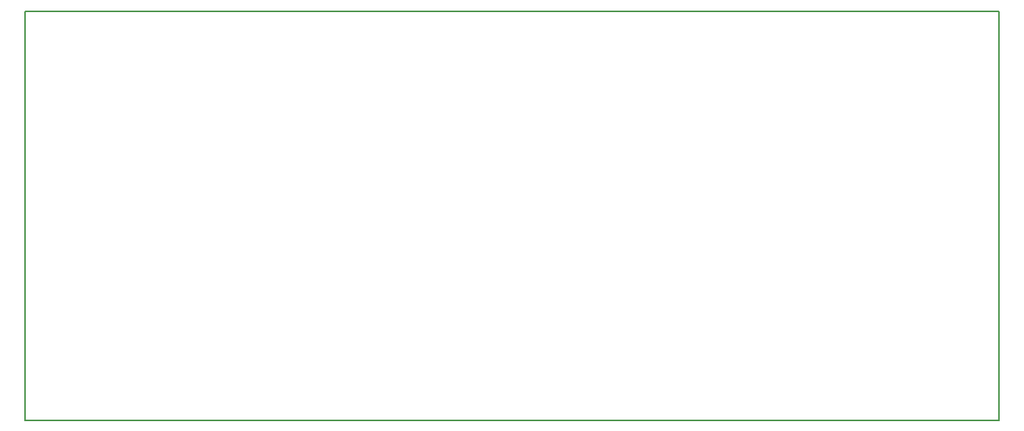
<source format=gbr>
G04 #@! TF.FileFunction,Profile,NP*
%FSLAX46Y46*%
G04 Gerber Fmt 4.6, Leading zero omitted, Abs format (unit mm)*
G04 Created by KiCad (PCBNEW 4.0.7) date 03/31/18 19:25:42*
%MOMM*%
%LPD*%
G01*
G04 APERTURE LIST*
%ADD10C,0.150000*%
G04 APERTURE END LIST*
D10*
X137922000Y-69850000D02*
X137922000Y-24130000D01*
X29210000Y-24130000D02*
X29210000Y-69850000D01*
X137922000Y-24130000D02*
X29210000Y-24130000D01*
X29210000Y-69850000D02*
X137922000Y-69850000D01*
M02*

</source>
